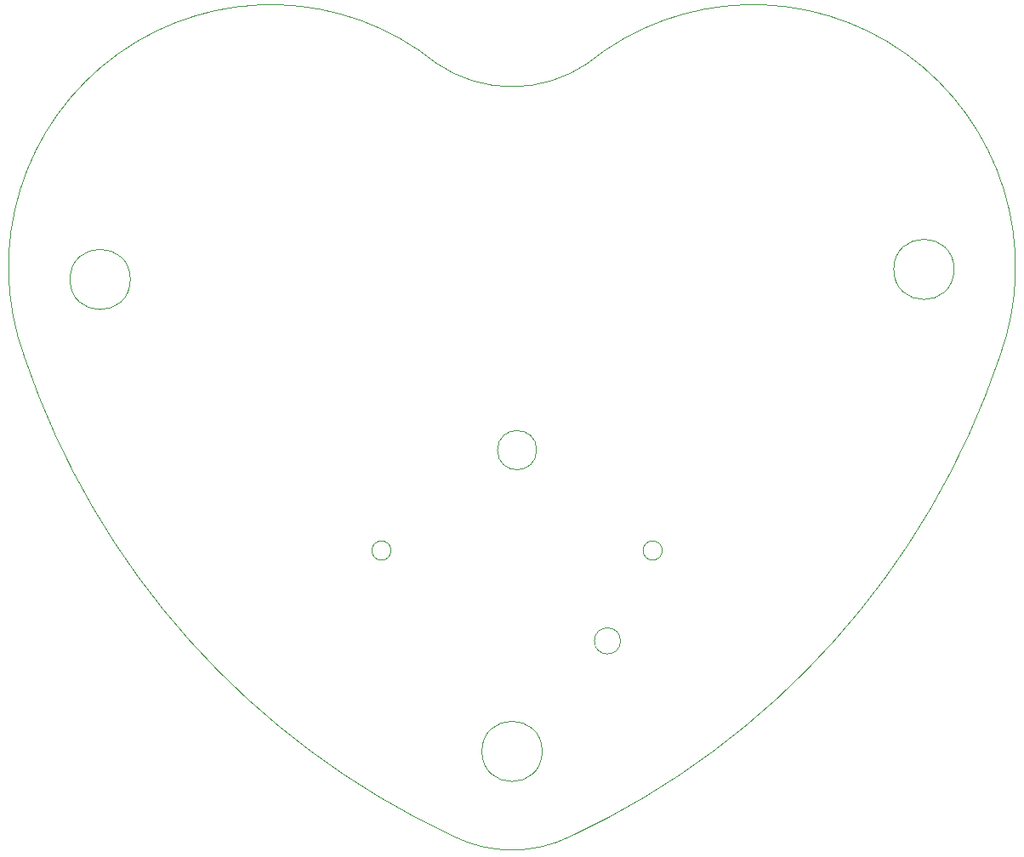
<source format=gbr>
%TF.GenerationSoftware,KiCad,Pcbnew,8.0.8*%
%TF.CreationDate,2025-02-28T02:08:50-08:00*%
%TF.ProjectId,jazmyn_hwsw,6a617a6d-796e-45f6-9877-73772e6b6963,rev?*%
%TF.SameCoordinates,Original*%
%TF.FileFunction,Profile,NP*%
%FSLAX46Y46*%
G04 Gerber Fmt 4.6, Leading zero omitted, Abs format (unit mm)*
G04 Created by KiCad (PCBNEW 8.0.8) date 2025-02-28 02:08:50*
%MOMM*%
%LPD*%
G01*
G04 APERTURE LIST*
%TA.AperFunction,Profile*%
%ADD10C,0.050000*%
%TD*%
G04 APERTURE END LIST*
D10*
X133500000Y-127500000D02*
G75*
G02*
X127500000Y-127500000I-3000000J0D01*
G01*
X127500000Y-127500000D02*
G75*
G02*
X133500000Y-127500000I3000000J0D01*
G01*
X92500000Y-80500000D02*
G75*
G02*
X86500000Y-80500000I-3000000J0D01*
G01*
X86500000Y-80500000D02*
G75*
G02*
X92500000Y-80500000I3000000J0D01*
G01*
X174500000Y-79500000D02*
G75*
G02*
X168500000Y-79500000I-3000000J0D01*
G01*
X168500000Y-79500000D02*
G75*
G02*
X174500000Y-79500000I3000000J0D01*
G01*
X136334642Y-135961904D02*
G75*
G02*
X124652650Y-135952573I-5831600J11767643D01*
G01*
X137999999Y-58999998D02*
G75*
G02*
X123000001Y-58999998I-7499999J10999998D01*
G01*
X81979687Y-88280375D02*
G75*
G02*
X123000000Y-59000000I24528626J9010516D01*
G01*
X124649609Y-135944787D02*
G75*
G02*
X81979688Y-88280375I34330082J73664415D01*
G01*
X179020312Y-88280375D02*
G75*
G02*
X136334642Y-135961904I-77028625J26010516D01*
G01*
X138000000Y-59000000D02*
G75*
G02*
X179020314Y-88280375I16491687J-20269859D01*
G01*
%TO.C,M1*%
X118450000Y-107500000D02*
G75*
G02*
X116550000Y-107500000I-950000J0D01*
G01*
X116550000Y-107500000D02*
G75*
G02*
X118450000Y-107500000I950000J0D01*
G01*
X132950000Y-97500000D02*
G75*
G02*
X129050000Y-97500000I-1950000J0D01*
G01*
X129050000Y-97500000D02*
G75*
G02*
X132950000Y-97500000I1950000J0D01*
G01*
X141300000Y-116500000D02*
G75*
G02*
X138700000Y-116500000I-1300000J0D01*
G01*
X138700000Y-116500000D02*
G75*
G02*
X141300000Y-116500000I1300000J0D01*
G01*
X145450000Y-107500000D02*
G75*
G02*
X143550000Y-107500000I-950000J0D01*
G01*
X143550000Y-107500000D02*
G75*
G02*
X145450000Y-107500000I950000J0D01*
G01*
%TD*%
M02*

</source>
